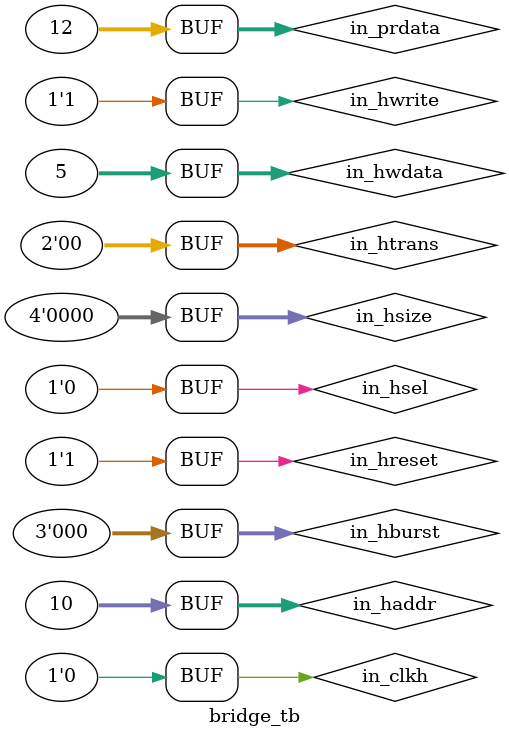
<source format=v>
module bridge_tb();


reg in_clkh, in_hreset, in_hsel, in_hwrite;
reg [1:0] in_htrans;
reg [2:0] in_hburst;
reg [3:0] in_hsize;
reg [31:0] in_haddr, in_hwdata, in_prdata;


wire out_hready, out_psel0, out_psel1, out_pwrite, out_penable;
wire [1:0] out_hresp;
wire [31:0] out_hrdata, out_paddr, out_pwdata;

AHB2APB_bridge bridge (
            .iHCLK (in_clkh),
            .iHRESETn (in_hreset),
            .iHSEL (in_hsel),
            .iHTRANS (in_htrans),
            .iHSIZE (in_hsize),
            .iHBURST (in_hburst),
            .iHWRITE (in_hwrite),
            .iHWDATA (in_hwdata),
            .iHADDR (in_haddr),
            .iPRDATA (in_prdata),

            .oHREADY (out_hready),
            .oHRESP (out_hresp),
            .oHRDATA (out_hrdata),
            .oPSEL0 (out_psel0),
            .oPSEL1 (out_psel1),
            .oPWRITE (out_pwrite),
            .oPENABLE (out_penable),
            .oPADDR (out_paddr),
            .oPWDATA (out_pwdata)
            );

initial
begin

//cycle 0

in_hreset = 1;
in_hsel = 0;
in_htrans = 0;
in_hsize = 0;
in_hburst = 0;
in_hwrite = 0;
in_hwdata = 0;
in_haddr = 0;
in_prdata = 0;
in_clkh = 0; #10;
in_clkh = 1; #10;
in_clkh = 0; #10;


in_hreset = 0;
in_clkh = 1; #10;
in_clkh = 0; #10;

in_hreset = 1;
in_clkh = 1; #10;
in_clkh = 0; #10;

in_hsel = 1;
in_clkh = 1; #10;
in_clkh = 0; #10;

//90 ns
in_hwrite = 1;
in_clkh = 1; #10;
//100 ns
in_haddr = 32'h0000000A;
in_clkh = 0; #10;

in_hwdata = 32'h0000000B;
in_hsel = 0;
in_clkh = 1; #10;
in_clkh = 0; #10;

in_hsel = 1;
in_hwdata = 32'h00000004;
in_clkh = 1; #10;
in_clkh = 0; #10;

//150 ns
in_clkh = 1; #10;
in_clkh = 0; #10;

in_hwdata = 32'h00000002;
in_clkh = 1; #10;
in_clkh = 0; #10;

in_hwdata = 32'h00000005;
in_hsel = 0;
in_clkh = 1; #10;
//200 ns
in_clkh = 0; #10;

in_clkh = 1; #10;
in_clkh = 0; #10;

in_hsel = 1;
in_clkh = 1; #10;
in_clkh = 0; #10;

in_clkh = 1; #10;
in_clkh = 0; #5;

in_prdata = 32'h0000000C; #5;

in_clkh = 1; #10;
in_clkh = 0; #10;

in_clkh = 1; #10;
in_clkh = 0; #10;

in_hsel = 0;
in_clkh = 1; #10;
in_clkh = 0; #10;

in_clkh = 1; #10;
in_clkh = 0; #10;

in_clkh = 1; #10;
in_clkh = 0; #10;

end
endmodule

</source>
